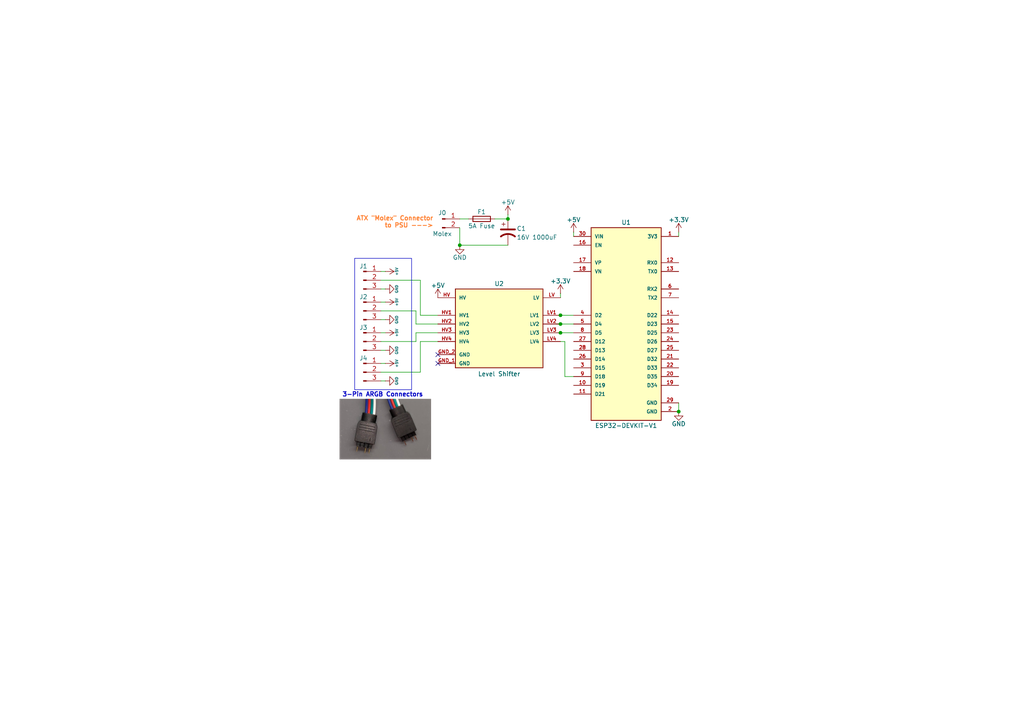
<source format=kicad_sch>
(kicad_sch (version 20250114) (generator "eeschema") (generator_version "9.0")
  (paper "A4")
  (lib_symbols
    (symbol "BOB-12009:BOB-12009" (pin_names (offset 1.016))
      (property "Reference" "U2" (at 0 15.24 0))
      (property "Value" "BOB-12009" (at 0 12.7 0))
      (symbol "BOB-12009_0_0"
        (rectangle (start -12.7 -12.7) (end 12.7 10.16) (stroke (width 0.254)) (fill (type background)))
        (pin bidirectional line (at -17.78 7.62 0) (length 5.08) (name "LV") (number "LV"))
        (pin bidirectional line (at -17.78 2.54 0) (length 5.08) (name "LV1") (number "LV1"))
        (pin bidirectional line (at -17.78 0 0) (length 5.08) (name "LV2") (number "LV2"))
        (pin bidirectional line (at -17.78 -2.54 0) (length 5.08) (name "LV3") (number "LV3"))
        (pin bidirectional line (at -17.78 -5.08 0) (length 5.08) (name "LV4") (number "LV4"))
        (pin bidirectional line (at 17.78 7.62 180) (length 5.08) (name "HV") (number "HV"))
        (pin bidirectional line (at 17.78 2.54 180) (length 5.08) (name "HV1") (number "HV1"))
        (pin bidirectional line (at 17.78 0 180) (length 5.08) (name "HV2") (number "HV2"))
        (pin bidirectional line (at 17.78 -2.54 180) (length 5.08) (name "HV3") (number "HV3"))
        (pin bidirectional line (at 17.78 -5.08 180) (length 5.08) (name "HV4") (number "HV4"))
        (pin power_in line (at 17.78 -8.89 180) (length 5.08) (name "GND") (number "GND_2"))
        (pin power_in line (at 17.78 -11.43 180) (length 5.08) (name "GND") (number "GND_1"))
      )
    )
    (symbol "Connector:Conn_01x02_Pin" (pin_names (offset 1.016) (hide yes))
      (property "Reference" "J" (at 0 2.54 0))
      (property "Value" "Conn_01x02_Pin" (at 0 -5.08 0))
      (symbol "Conn_01x02_Pin_1_1"
        (rectangle (start 0.8636 0.127) (end 0 -0.127) (stroke (width 0.1524)) (fill (type outline)))
        (rectangle (start 0.8636 -2.413) (end 0 -2.667) (stroke (width 0.1524)) (fill (type outline)))
        (polyline (pts (xy 1.27 0) (xy 0.8636 0)) (stroke (width 0.1524)))
        (polyline (pts (xy 1.27 -2.54) (xy 0.8636 -2.54)) (stroke (width 0.1524)))
        (pin passive line (at 5.08 0 180) (length 3.81) (name "Pin_1") (number "1"))
        (pin passive line (at 5.08 -2.54 180) (length 3.81) (name "Pin_2") (number "2"))
      )
    )
    (symbol "Connector:Conn_01x03_Pin" (pin_names (offset 1.016) (hide yes))
      (property "Reference" "J" (at 0 5.08 0))
      (property "Value" "Conn_01x03_Pin" (at 0 -5.08 0))
      (symbol "Conn_01x03_Pin_1_1"
        (rectangle (start 0.8636 2.667) (end 0 2.413) (stroke (width 0.1524)) (fill (type outline)))
        (rectangle (start 0.8636 0.127) (end 0 -0.127) (stroke (width 0.1524)) (fill (type outline)))
        (rectangle (start 0.8636 -2.413) (end 0 -2.667) (stroke (width 0.1524)) (fill (type outline)))
        (polyline (pts (xy 1.27 2.54) (xy 0.8636 2.54)) (stroke (width 0.1524)))
        (polyline (pts (xy 1.27 0) (xy 0.8636 0)) (stroke (width 0.1524)))
        (polyline (pts (xy 1.27 -2.54) (xy 0.8636 -2.54)) (stroke (width 0.1524)))
        (pin passive line (at 5.08 2.54 180) (length 3.81) (name "Pin_1") (number "1"))
        (pin passive line (at 5.08 0 180) (length 3.81) (name "Pin_2") (number "2"))
        (pin passive line (at 5.08 -2.54 180) (length 3.81) (name "Pin_3") (number "3"))
      )
    )
    (symbol "Device:C_Polarized_US" (pin_numbers (hide yes)) (pin_names (offset 0.254) (hide yes))
      (property "Reference" "C" (at 0.635 2.54 0))
      (property "Value" "C_Polarized_US" (at 0.635 -2.54 0))
      (symbol "C_Polarized_US_0_1"
        (polyline (pts (xy -2.032 0.762) (xy 2.032 0.762)) (stroke (width 0.508)))
        (polyline (pts (xy -1.778 2.286) (xy -0.762 2.286)))
        (polyline (pts (xy -1.27 1.778) (xy -1.27 2.794)))
        (arc (start -2.032 -1.27) (mid 0 -0.5572) (end 2.032 -1.27) (stroke (width 0.508)))
      )
      (symbol "C_Polarized_US_1_1"
        (pin passive line (at 0 3.81 270) (length 2.794) (name "~") (number "1"))
        (pin passive line (at 0 -3.81 90) (length 3.302) (name "~") (number "2"))
      )
    )
    (symbol "Device:Fuse" (pin_numbers (hide yes)) (pin_names (offset 0))
      (property "Reference" "F" (at 2.032 0 90))
      (property "Value" "Fuse" (at -1.905 0 90))
      (symbol "Fuse_0_1"
        (rectangle (start -0.762 -2.54) (end 0.762 2.54) (stroke (width 0.254)))
        (polyline (pts (xy 0 2.54) (xy 0 -2.54)))
      )
      (symbol "Fuse_1_1"
        (pin passive line (at 0 3.81 270) (length 1.27) (name "~") (number "1"))
        (pin passive line (at 0 -3.81 90) (length 1.27) (name "~") (number "2"))
      )
    )
    (symbol "ESP32-DEVKIT-V1:ESP32-DEVKIT-V1" (pin_names (offset 1.016))
      (property "Reference" "U1" (at 0 33.02 0))
      (property "Value" "ESP32-DEVKIT-V1" (at 0 30.48 0))
      (symbol "ESP32-DEVKIT-V1_0_0"
        (rectangle (start -10.16 -27.94) (end 10.16 27.94) (stroke (width 0.254)) (fill (type background)))
        (pin input line (at -15.24 25.4 0) (length 5.08) (name "VIN") (number "30"))
        (pin input line (at -15.24 22.86 0) (length 5.08) (name "EN") (number "16"))
        (pin bidirectional line (at -15.24 17.78 0) (length 5.08) (name "VP") (number "17"))
        (pin bidirectional line (at -15.24 15.24 0) (length 5.08) (name "VN") (number "18"))
        (pin bidirectional line (at -15.24 2.54 0) (length 5.08) (name "D2") (number "4"))
        (pin bidirectional line (at -15.24 0 0) (length 5.08) (name "D4") (number "5"))
        (pin bidirectional line (at -15.24 -2.54 0) (length 5.08) (name "D5") (number "8"))
        (pin bidirectional line (at -15.24 -5.08 0) (length 5.08) (name "D12") (number "27"))
        (pin bidirectional line (at -15.24 -7.62 0) (length 5.08) (name "D13") (number "28"))
        (pin bidirectional line (at -15.24 -10.16 0) (length 5.08) (name "D14") (number "26"))
        (pin bidirectional line (at -15.24 -12.7 0) (length 5.08) (name "D15") (number "3"))
        (pin bidirectional line (at -15.24 -15.24 0) (length 5.08) (name "D18") (number "9"))
        (pin bidirectional line (at -15.24 -17.78 0) (length 5.08) (name "D19") (number "10"))
        (pin bidirectional line (at -15.24 -20.32 0) (length 5.08) (name "D21") (number "11"))
        (pin output line (at 15.24 25.4 180) (length 5.08) (name "3V3") (number "1"))
        (pin input line (at 15.24 17.78 180) (length 5.08) (name "RX0") (number "12"))
        (pin output line (at 15.24 15.24 180) (length 5.08) (name "TX0") (number "13"))
        (pin input line (at 15.24 10.16 180) (length 5.08) (name "RX2") (number "6"))
        (pin output line (at 15.24 7.62 180) (length 5.08) (name "TX2") (number "7"))
        (pin bidirectional line (at 15.24 2.54 180) (length 5.08) (name "D22") (number "14"))
        (pin bidirectional line (at 15.24 0 180) (length 5.08) (name "D23") (number "15"))
        (pin bidirectional line (at 15.24 -2.54 180) (length 5.08) (name "D25") (number "23"))
        (pin bidirectional line (at 15.24 -5.08 180) (length 5.08) (name "D26") (number "24"))
        (pin bidirectional line (at 15.24 -7.62 180) (length 5.08) (name "D27") (number "25"))
        (pin bidirectional line (at 15.24 -10.16 180) (length 5.08) (name "D32") (number "21"))
        (pin bidirectional line (at 15.24 -12.7 180) (length 5.08) (name "D33") (number "22"))
        (pin bidirectional line (at 15.24 -15.24 180) (length 5.08) (name "D35") (number "20"))
        (pin bidirectional line (at 15.24 -17.78 180) (length 5.08) (name "D34") (number "19"))
        (pin power_in line (at 15.24 -22.86 180) (length 5.08) (name "GND") (number "29"))
        (pin power_in line (at 15.24 -25.4 180) (length 5.08) (name "GND") (number "2"))
      )
    )
    (symbol "power:+3.3V" (power) (pin_numbers (hide yes)) (pin_names (offset 0) (hide yes))
      (property "Value" "+3.3V" (at 0 3.556 0))
      (symbol "+3.3V_0_1"
        (polyline (pts (xy -0.762 1.27) (xy 0 2.54)))
        (polyline (pts (xy 0 2.54) (xy 0.762 1.27)))
        (polyline (pts (xy 0 0) (xy 0 2.54)))
      )
      (symbol "+3.3V_1_1"
        (pin power_in line (at 0 0 90) (length 0) (name "~") (number "1"))
      )
    )
    (symbol "power:+5V" (power) (pin_numbers (hide yes)) (pin_names (offset 0) (hide yes))
      (property "Value" "+5V" (at 0 3.556 0))
      (symbol "+5V_0_1"
        (polyline (pts (xy -0.762 1.27) (xy 0 2.54)))
        (polyline (pts (xy 0 2.54) (xy 0.762 1.27)))
        (polyline (pts (xy 0 0) (xy 0 2.54)))
      )
      (symbol "+5V_1_1"
        (pin power_in line (at 0 0 90) (length 0) (name "~") (number "1"))
      )
    )
    (symbol "power:GND" (power) (pin_numbers (hide yes)) (pin_names (offset 0) (hide yes))
      (property "Value" "GND" (at 0 -3.81 0))
      (symbol "GND_0_1"
        (polyline (pts (xy 0 0) (xy 0 -1.27) (xy 1.27 -1.27) (xy 0 -2.54) (xy -1.27 -1.27) (xy 0 -1.27)))
      )
      (symbol "GND_1_1"
        (pin power_in line (at 0 0 270) (length 0) (name "~") (number "1"))
      )
    )
  )
  (rectangle (start 102.87 74.93) (end 119.38 113.03))
  (text "3-Pin ARGB Connectors" (at 110.998 114.554 0) (effects (font (size 1.27 1.27) (thickness 0.254) (bold yes))))
  (text "ATX \"Molex\" Connector\nto PSU --->" (at 125.73 64.516 0) (effects (font (size 1.27 1.27) (thickness 0.254) (bold yes)) (justify right)))
  (junction (at 196.85 119.38))
  (junction (at 133.35 71.12))
  (junction (at 162.56 91.44))
  (junction (at 147.32 63.5))
  (junction (at 162.56 93.98))
  (junction (at 162.56 96.52))
  (no_connect (at 127 105.41))
  (no_connect (at 127 102.87))
  (wire (pts (xy 111.76 78.74) (xy 110.49 78.74)))
  (wire (pts (xy 196.85 116.84) (xy 196.85 119.38)))
  (wire (pts (xy 110.49 107.95) (xy 121.92 107.95)))
  (wire (pts (xy 161.29 91.44) (xy 162.56 91.44)))
  (wire (pts (xy 133.35 71.12) (xy 133.35 66.04)))
  (wire (pts (xy 110.49 92.71) (xy 111.76 92.71)))
  (wire (pts (xy 120.65 96.52) (xy 127 96.52)))
  (wire (pts (xy 162.56 91.44) (xy 166.37 91.44)))
  (wire (pts (xy 166.37 109.22) (xy 163.83 109.22)))
  (wire (pts (xy 110.49 87.63) (xy 111.76 87.63)))
  (wire (pts (xy 133.35 71.12) (xy 147.32 71.12)))
  (wire (pts (xy 196.85 67.31) (xy 196.85 68.58)))
  (wire (pts (xy 162.56 96.52) (xy 166.37 96.52)))
  (wire (pts (xy 147.32 62.23) (xy 147.32 63.5)))
  (wire (pts (xy 110.49 101.6) (xy 111.76 101.6)))
  (wire (pts (xy 162.56 93.98) (xy 166.37 93.98)))
  (wire (pts (xy 110.49 90.17) (xy 120.65 90.17)))
  (wire (pts (xy 110.49 83.82) (xy 111.76 83.82)))
  (wire (pts (xy 161.29 93.98) (xy 162.56 93.98)))
  (wire (pts (xy 121.92 91.44) (xy 127 91.44)))
  (wire (pts (xy 121.92 99.06) (xy 127 99.06)))
  (wire (pts (xy 120.65 90.17) (xy 120.65 93.98)))
  (wire (pts (xy 133.35 63.5) (xy 135.89 63.5)))
  (wire (pts (xy 110.49 99.06) (xy 120.65 99.06)))
  (wire (pts (xy 110.49 105.41) (xy 111.76 105.41)))
  (wire (pts (xy 161.29 96.52) (xy 162.56 96.52)))
  (wire (pts (xy 162.56 85.09) (xy 162.56 86.36)))
  (wire (pts (xy 121.92 107.95) (xy 121.92 99.06)))
  (wire (pts (xy 143.51 63.5) (xy 147.32 63.5)))
  (wire (pts (xy 120.65 99.06) (xy 120.65 96.52)))
  (wire (pts (xy 166.37 67.31) (xy 166.37 68.58)))
  (wire (pts (xy 163.83 99.06) (xy 162.56 99.06)))
  (wire (pts (xy 110.49 81.28) (xy 121.92 81.28)))
  (wire (pts (xy 163.83 109.22) (xy 163.83 99.06)))
  (wire (pts (xy 120.65 93.98) (xy 127 93.98)))
  (wire (pts (xy 110.49 96.52) (xy 111.76 96.52)))
  (wire (pts (xy 121.92 81.28) (xy 121.92 91.44)))
  (wire (pts (xy 110.49 110.49) (xy 111.76 110.49)))
  (image (at 111.76 124.46) (scale 0.179562))
  (symbol (lib_id "Connector:Conn_01x03_Pin") (at 105.41 81.28 0) (unit 1)
    (property "Reference" "J1" (at 105.41 77.216 0))
    (property "Value" "ARGB 3-Pin" (effects (hide yes)))
    (property "Description" "Generic connector, single row, 01x03, script generated" (effects (hide yes)))
  )
  (symbol (lib_id "Connector:Conn_01x02_Pin") (at 128.27 63.5 0) (unit 1)
    (property "Reference" "J0" (at 128.27 61.722 0))
    (property "Value" "Molex" (at 128.27 67.818 0))
    (property "Description" "Generic connector, single row, 01x02, script generated" (effects (hide yes)))
  )
  (symbol (lib_id "BOB-12009:BOB-12009") (at 144.78 93.98 0) (mirror y) (unit 1)
    (property "Reference" "U2" (at 144.78 82.296 0))
    (property "Value" "Level Shifter" (at 144.78 108.458 0))
    (property "Footprint" "BOB-12009:CONV_BOB-12009" (effects (hide yes)))
    (property "MF" "SparkFun" (effects (hide yes)))
    (property "MAXIMUM_PACKAGE_HEIGHT" "N/A" (effects (hide yes)))
    (property "Package" "None" (effects (hide yes)))
    (property "Price" "None" (effects (hide yes)))
    (property "Check_prices" "https://www.snapeda.com/parts/BOB-12009/SparkFun/view-part/?ref=eda" (effects (hide yes)))
    (property "STANDARD" "Manufacturer Recommendations" (effects (hide yes)))
    (property "PARTREV" "01" (effects (hide yes)))
    (property "SnapEDA_Link" "https://www.snapeda.com/parts/BOB-12009/SparkFun/view-part/?ref=snap" (effects (hide yes)))
    (property "MP" "BOB-12009" (effects (hide yes)))
    (property "Description_1" "BSS138 - Logic-Level Translator Interface Evaluation Board" (effects (hide yes)))
    (property "Availability" "In Stock" (effects (hide yes)))
    (property "MANUFACTURER" "SparkFun Electronics" (effects (hide yes)))
  )
  (symbol (lib_id "power:+5V") (at 127 86.36 0) (mirror y) (unit 1)
    (property "Reference" "#PWR05" (effects (hide yes)))
    (property "Value" "+5V" (at 127 82.804 0))
    (property "Description" "Power symbol creates a global label with name \"+5V\"" (effects (hide yes)))
  )
  (symbol (lib_id "power:GND") (at 111.76 83.82 90) (unit 1)
    (property "Reference" "#PWR012" (effects (hide yes)))
    (property "Value" "GND" (at 115.062 83.82 0) (effects (font (size 0.762 0.762))))
    (property "Description" "Power symbol creates a global label with name \"GND\" , ground" (effects (hide yes)))
  )
  (symbol (lib_id "Connector:Conn_01x03_Pin") (at 105.41 107.95 0) (unit 1)
    (property "Reference" "J4" (at 105.41 103.886 0))
    (property "Value" "ARGB 3-Pin" (effects (hide yes)))
    (property "Description" "Generic connector, single row, 01x03, script generated" (effects (hide yes)))
  )
  (symbol (lib_id "Connector:Conn_01x03_Pin") (at 105.41 99.06 0) (unit 1)
    (property "Reference" "J3" (at 105.41 94.996 0))
    (property "Value" "ARGB 3-Pin" (effects (hide yes)))
    (property "Description" "Generic connector, single row, 01x03, script generated" (effects (hide yes)))
  )
  (symbol (lib_id "power:+5V") (at 111.76 87.63 270) (mirror x) (unit 1)
    (property "Reference" "#PWR09" (effects (hide yes)))
    (property "Value" "+5V" (at 115.062 87.63 0) (effects (font (size 0.762 0.762))))
    (property "Description" "Power symbol creates a global label with name \"+5V\"" (effects (hide yes)))
  )
  (symbol (lib_id "power:GND") (at 111.76 101.6 90) (unit 1)
    (property "Reference" "#PWR014" (effects (hide yes)))
    (property "Value" "GND" (at 115.062 101.6 0) (effects (font (size 0.762 0.762))))
    (property "Description" "Power symbol creates a global label with name \"GND\" , ground" (effects (hide yes)))
  )
  (symbol (lib_id "power:GND") (at 111.76 92.71 90) (unit 1)
    (property "Reference" "#PWR013" (effects (hide yes)))
    (property "Value" "GND" (at 115.062 92.71 0) (effects (font (size 0.762 0.762))))
    (property "Description" "Power symbol creates a global label with name \"GND\" , ground" (effects (hide yes)))
  )
  (symbol (lib_id "ESP32-DEVKIT-V1:ESP32-DEVKIT-V1") (at 181.61 93.98 0) (unit 1)
    (property "Reference" "U1" (at 181.61 64.516 0))
    (property "Value" "ESP32-DEVKIT-V1" (at 181.61 123.444 0))
    (property "Footprint" "ESP32-DEVKIT-V1:MODULE_ESP32_DEVKIT_V1" (effects (hide yes)))
    (property "MF" "Do it" (effects (hide yes)))
    (property "MAXIMUM_PACKAGE_HEIGHT" "6.8 mm" (effects (hide yes)))
    (property "Package" "None" (effects (hide yes)))
    (property "Price" "None" (effects (hide yes)))
    (property "Check_prices" "https://www.snapeda.com/parts/ESP32-DEVKIT-V1/Do+it/view-part/?ref=eda" (effects (hide yes)))
    (property "STANDARD" "Manufacturer Recommendations" (effects (hide yes)))
    (property "PARTREV" "N/A" (effects (hide yes)))
    (property "SnapEDA_Link" "https://www.snapeda.com/parts/ESP32-DEVKIT-V1/Do+it/view-part/?ref=snap" (effects (hide yes)))
    (property "MP" "ESP32-DEVKIT-V1" (effects (hide yes)))
    (property "Description_1" "Dual core, Wi-Fi: 2.4 GHz up to 150 Mbits/s,BLE (Bluetooth Low Energy) and legacy Bluetooth, 32 bits, Up to 240 MHz" (effects (hide yes)))
    (property "Availability" "Not in stock" (effects (hide yes)))
    (property "MANUFACTURER" "DOIT" (effects (hide yes)))
  )
  (symbol (lib_id "power:GND") (at 196.85 119.38 0) (unit 1)
    (property "Reference" "#PWR03" (effects (hide yes)))
    (property "Value" "GND" (at 196.85 122.936 0))
    (property "Description" "Power symbol creates a global label with name \"GND\" , ground" (effects (hide yes)))
  )
  (symbol (lib_id "power:GND") (at 133.35 71.12 0) (unit 1)
    (property "Reference" "#PWR01" (effects (hide yes)))
    (property "Value" "GND" (at 133.35 74.676 0))
    (property "Description" "Power symbol creates a global label with name \"GND\" , ground" (effects (hide yes)))
  )
  (symbol (lib_id "power:+5V") (at 147.32 62.23 0) (unit 1)
    (property "Reference" "#PWR02" (effects (hide yes)))
    (property "Value" "+5V" (at 147.32 58.674 0))
    (property "Description" "Power symbol creates a global label with name \"+5V\"" (effects (hide yes)))
  )
  (symbol (lib_id "power:+3.3V") (at 196.85 67.31 0) (unit 1)
    (property "Reference" "#PWR07" (effects (hide yes)))
    (property "Value" "+3.3V" (at 196.85 63.754 0))
    (property "Description" "Power symbol creates a global label with name \"+3.3V\"" (effects (hide yes)))
  )
  (symbol (lib_id "power:+5V") (at 111.76 105.41 270) (mirror x) (unit 1)
    (property "Reference" "#PWR011" (effects (hide yes)))
    (property "Value" "+5V" (at 115.062 105.41 0) (effects (font (size 0.762 0.762))))
    (property "Description" "Power symbol creates a global label with name \"+5V\"" (effects (hide yes)))
  )
  (symbol (lib_id "power:+5V") (at 166.37 67.31 0) (unit 1)
    (property "Reference" "#PWR04" (effects (hide yes)))
    (property "Value" "+5V" (at 166.37 63.754 0))
    (property "Description" "Power symbol creates a global label with name \"+5V\"" (effects (hide yes)))
  )
  (symbol (lib_id "Connector:Conn_01x03_Pin") (at 105.41 90.17 0) (unit 1)
    (property "Reference" "J2" (at 105.41 86.106 0))
    (property "Value" "ARGB 3-Pin" (effects (hide yes)))
    (property "Description" "Generic connector, single row, 01x03, script generated" (effects (hide yes)))
  )
  (symbol (lib_id "Device:C_Polarized_US") (at 147.32 67.31 0) (unit 1)
    (property "Reference" "C1" (at 149.86 66.294 0) (effects (justify left)))
    (property "Value" "16V 1000uF" (at 149.86 68.834 0) (effects (justify left)))
    (property "Description" "Polarized capacitor, US symbol" (effects (hide yes)))
  )
  (symbol (lib_id "Device:Fuse") (at 139.7 63.5 90) (unit 1)
    (property "Reference" "F1" (at 139.7 61.468 90))
    (property "Value" "5A Fuse" (at 139.7 65.532 90))
    (property "Description" "Fuse" (effects (hide yes)))
  )
  (symbol (lib_id "power:GND") (at 111.76 110.49 90) (unit 1)
    (property "Reference" "#PWR015" (effects (hide yes)))
    (property "Value" "GND" (at 115.062 110.49 0) (effects (font (size 0.762 0.762))))
    (property "Description" "Power symbol creates a global label with name \"GND\" , ground" (effects (hide yes)))
  )
  (symbol (lib_id "power:+5V") (at 111.76 96.52 270) (mirror x) (unit 1)
    (property "Reference" "#PWR010" (effects (hide yes)))
    (property "Value" "+5V" (at 115.062 96.52 0) (effects (font (size 0.762 0.762))))
    (property "Description" "Power symbol creates a global label with name \"+5V\"" (effects (hide yes)))
  )
  (symbol (lib_id "power:+5V") (at 111.76 78.74 270) (mirror x) (unit 1)
    (property "Reference" "#PWR08" (effects (hide yes)))
    (property "Value" "+5V" (at 115.062 78.74 0) (effects (font (size 0.762 0.762))))
    (property "Description" "Power symbol creates a global label with name \"+5V\"" (effects (hide yes)))
  )
  (symbol (lib_id "power:+3.3V") (at 162.56 85.09 0) (unit 1)
    (property "Reference" "#PWR06" (effects (hide yes)))
    (property "Value" "+3.3V" (at 162.56 81.534 0))
    (property "Description" "Power symbol creates a global label with name \"+3.3V\"" (effects (hide yes)))
  )
)
</source>
